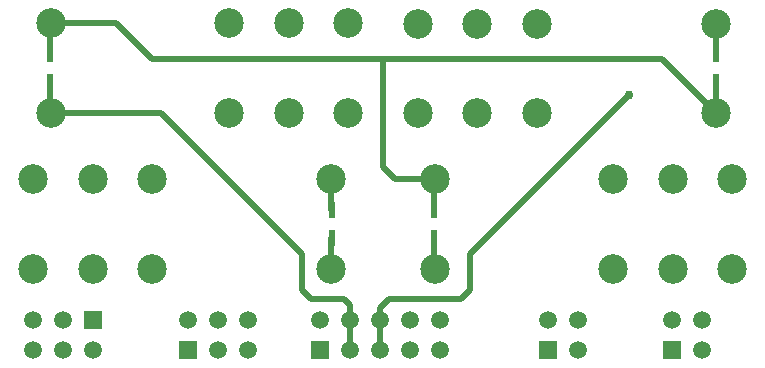
<source format=gbl>
%FSDAX24Y24*%
%MOIN*%
%SFA1B1*%

%IPPOS*%
%ADD16C,0.020000*%
%ADD18R,0.059055X0.059055*%
%ADD19C,0.059055*%
%ADD20C,0.098425*%
%ADD21C,0.030000*%
%ADD22R,0.021654X0.057087*%
%LNpcb_relayboard-1*%
%LPD*%
G54D16*
X010100Y002800D02*
X010400Y002500D01*
X010100Y002800D02*
Y004011D01*
X005400Y008711D02*
X010100Y004011D01*
X010400Y002500D02*
X011500D01*
X011700Y002300*
X012800Y006900D02*
Y010500D01*
X022100*
X005100D02*
X012800D01*
Y006900D02*
X013211Y006488D01*
X014531*
X001731Y008711D02*
X005400D01*
X015700Y002800D02*
Y004000D01*
X021000Y009300*
X012700Y001790D02*
Y002200D01*
Y000790D02*
Y001790D01*
Y002200D02*
X013000Y002500D01*
X015400*
X015700Y002800*
X011700Y000790D02*
Y001790D01*
Y002300*
X022100Y010500D02*
X023900Y008700D01*
X003911Y011688D02*
X005100Y010500D01*
X001731Y011688D02*
X003911D01*
X001708Y008735D02*
Y009729D01*
X001700Y009737D02*
X001708Y009729D01*
Y008735D02*
X001731Y008711D01*
X001708Y011664D02*
X001731Y011688D01*
X001700Y010662D02*
X001708Y010670D01*
Y011664*
X023900Y010662D02*
Y011676D01*
Y008700D02*
Y009737D01*
X011091Y003535D02*
Y004529D01*
X011068Y003511D02*
X011091Y003535D01*
Y004529D02*
X011100Y004537D01*
X011068Y006488D02*
X011091Y006464D01*
Y005470D02*
X011100Y005462D01*
X011091Y005470D02*
Y006464D01*
X014508Y003535D02*
Y004529D01*
Y003535D02*
X014531Y003511D01*
X014500Y004537D02*
X014508Y004529D01*
X014500Y005462D02*
X014508Y005470D01*
Y006464*
X014531Y006488*
G54D18*
X010700Y000790D03*
X018300D03*
X022450D03*
X006299D03*
X003149Y001790D03*
G54D19*
X010700Y001790D03*
X011700Y000790D03*
Y001790D03*
X012700Y000790D03*
Y001790D03*
X013700Y000790D03*
Y001790D03*
X014700Y000790D03*
Y001790D03*
X018300D03*
X019300Y000790D03*
Y001790D03*
X022450D03*
X023450Y000790D03*
Y001790D03*
X008299D03*
Y000790D03*
X007299Y001790D03*
Y000790D03*
X006299Y001790D03*
X001149Y000790D03*
Y001790D03*
X002149Y000790D03*
Y001790D03*
X003149Y000790D03*
G54D20*
X024452Y003511D03*
X022468D03*
X020484D03*
X024452Y006488D03*
X022468D03*
X020484D03*
X014531Y003511D03*
Y006488D03*
X013978Y011676D03*
X015962D03*
X017947D03*
X013978Y008700D03*
X015962D03*
X017947D03*
X023900Y011676D03*
Y008700D03*
X001147Y006488D03*
X003131D03*
X005115D03*
X001147Y003511D03*
X003131D03*
X005115D03*
X011068Y006488D03*
Y003511D03*
X011652Y008711D03*
X009668D03*
X007684D03*
X011652Y011688D03*
X009668D03*
X007684D03*
X001731Y008711D03*
Y011688D03*
G54D21*
X021000Y009300D03*
G54D22*
X001700Y009737D03*
Y010662D03*
X023900D03*
Y009737D03*
X014500Y004537D03*
Y005462D03*
X011100D03*
Y004537D03*
M02*
</source>
